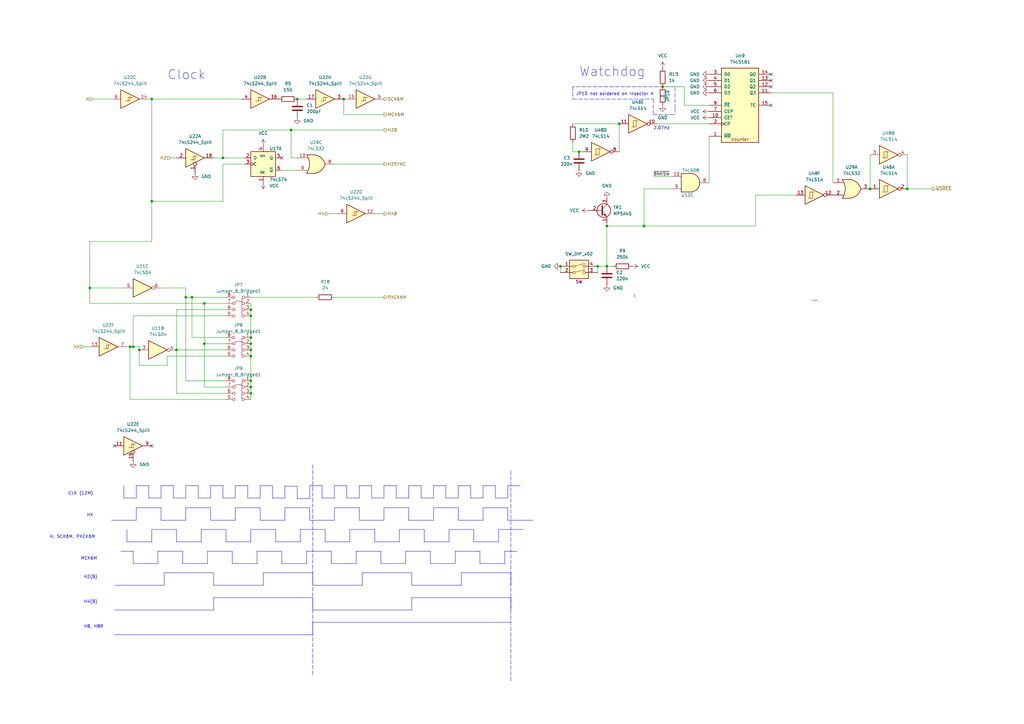
<source format=kicad_sch>
(kicad_sch (version 20211123) (generator eeschema)
  (paper "A3")
  (title_block (title "Insector X - P0-056A") (date "2022-12-06") (company "Ulf Skutnabba, twitter: @skutis77"))
  (lib_symbols
    (symbol "74xx:74LS14" (pin_names (offset 1.016))
      (property "Reference" "U" (at 0 1.27 0))
      (property "Value" "74LS14" (at 0 -1.27 0))
      (symbol "74LS14_1_0"
        (pin input line (at -7.62 0 0) (length 3.81) (name "~") (number "1"))
        (pin output inverted (at 7.62 0 180) (length 3.81) (name "~") (number "2"))
      )
      (symbol "74LS14_2_0"
        (pin input line (at -7.62 0 0) (length 3.81) (name "~") (number "3"))
        (pin output inverted (at 7.62 0 180) (length 3.81) (name "~") (number "4"))
      )
      (symbol "74LS14_3_0"
        (pin input line (at -7.62 0 0) (length 3.81) (name "~") (number "5"))
        (pin output inverted (at 7.62 0 180) (length 3.81) (name "~") (number "6"))
      )
      (symbol "74LS14_4_0"
        (pin output inverted (at 7.62 0 180) (length 3.81) (name "~") (number "8"))
        (pin input line (at -7.62 0 0) (length 3.81) (name "~") (number "9"))
      )
      (symbol "74LS14_5_0"
        (pin output inverted (at 7.62 0 180) (length 3.81) (name "~") (number "10"))
        (pin input line (at -7.62 0 0) (length 3.81) (name "~") (number "11"))
      )
      (symbol "74LS14_6_0"
        (pin output inverted (at 7.62 0 180) (length 3.81) (name "~") (number "12"))
        (pin input line (at -7.62 0 0) (length 3.81) (name "~") (number "13"))
      )
      (symbol "74LS14_7_0"
        (pin power_in line (at 0 12.7 270) (length 5.08) (name "VCC") (number "14"))
        (pin power_in line (at 0 -12.7 90) (length 5.08) (name "GND") (number "7"))
      )
    )
    (symbol "74xx:74LS244_Split"
      (property "Reference" "U" (at 0 1.27 0))
      (property "Value" "74LS244_Split" (at 0 -1.27 0))
      (symbol "74LS244_Split_1_0"
        (pin input inverted (at 0 -6.35 90) (length 4.445) (name "~") (number "1"))
        (pin tri_state line (at 7.62 0 180) (length 3.81) (name "~") (number "18"))
        (pin input line (at -7.62 0 0) (length 3.81) (name "~") (number "2"))
      )
      (symbol "74LS244_Split_2_0"
        (pin tri_state line (at 7.62 0 180) (length 3.81) (name "~") (number "16"))
        (pin input line (at -7.62 0 0) (length 3.81) (name "~") (number "4"))
      )
      (symbol "74LS244_Split_3_0"
        (pin tri_state line (at 7.62 0 180) (length 3.81) (name "~") (number "14"))
        (pin input line (at -7.62 0 0) (length 3.81) (name "~") (number "6"))
      )
      (symbol "74LS244_Split_4_0"
        (pin tri_state line (at 7.62 0 180) (length 3.81) (name "~") (number "12"))
        (pin input line (at -7.62 0 0) (length 3.81) (name "~") (number "8"))
      )
      (symbol "74LS244_Split_5_0"
        (pin input line (at -7.62 0 0) (length 3.81) (name "~") (number "11"))
        (pin input inverted (at 0 -6.35 90) (length 4.445) (name "~") (number "19"))
        (pin tri_state line (at 7.62 0 180) (length 3.81) (name "~") (number "9"))
      )
      (symbol "74LS244_Split_6_0"
        (pin input line (at -7.62 0 0) (length 3.81) (name "~") (number "13"))
        (pin tri_state line (at 7.62 0 180) (length 3.81) (name "~") (number "7"))
      )
      (symbol "74LS244_Split_7_0"
        (pin input line (at -7.62 0 0) (length 3.81) (name "~") (number "15"))
        (pin tri_state line (at 7.62 0 180) (length 3.81) (name "~") (number "5"))
      )
      (symbol "74LS244_Split_8_0"
        (pin input line (at -7.62 0 0) (length 3.81) (name "~") (number "17"))
        (pin tri_state line (at 7.62 0 180) (length 3.81) (name "~") (number "3"))
      )
      (symbol "74LS244_Split_9_0"
        (pin power_in line (at 0 -12.7 90) (length 5.08) (name "GND") (number "10"))
        (pin power_in line (at 0 12.7 270) (length 5.08) (name "VCC") (number "20"))
      )
    )
    (symbol "74xx:74LS32" (pin_names (offset 1.016))
      (property "Reference" "U" (at 0 1.27 0))
      (property "Value" "74LS32" (at 0 -1.27 0))
      (symbol "74LS32_1_1"
        (pin input line (at -7.62 2.54 0) (length 4.318) (name "~") (number "1"))
        (pin input line (at -7.62 -2.54 0) (length 4.318) (name "~") (number "2"))
        (pin output line (at 7.62 0 180) (length 3.81) (name "~") (number "3"))
      )
      (symbol "74LS32_1_2"
        (pin input inverted (at -7.62 2.54 0) (length 3.81) (name "~") (number "1"))
        (pin input inverted (at -7.62 -2.54 0) (length 3.81) (name "~") (number "2"))
        (pin output inverted (at 7.62 0 180) (length 3.81) (name "~") (number "3"))
      )
      (symbol "74LS32_2_1"
        (pin input line (at -7.62 2.54 0) (length 4.318) (name "~") (number "4"))
        (pin input line (at -7.62 -2.54 0) (length 4.318) (name "~") (number "5"))
        (pin output line (at 7.62 0 180) (length 3.81) (name "~") (number "6"))
      )
      (symbol "74LS32_2_2"
        (pin input inverted (at -7.62 2.54 0) (length 3.81) (name "~") (number "4"))
        (pin input inverted (at -7.62 -2.54 0) (length 3.81) (name "~") (number "5"))
        (pin output inverted (at 7.62 0 180) (length 3.81) (name "~") (number "6"))
      )
      (symbol "74LS32_3_1"
        (pin input line (at -7.62 -2.54 0) (length 4.318) (name "~") (number "10"))
        (pin output line (at 7.62 0 180) (length 3.81) (name "~") (number "8"))
        (pin input line (at -7.62 2.54 0) (length 4.318) (name "~") (number "9"))
      )
      (symbol "74LS32_3_2"
        (pin input inverted (at -7.62 -2.54 0) (length 3.81) (name "~") (number "10"))
        (pin output inverted (at 7.62 0 180) (length 3.81) (name "~") (number "8"))
        (pin input inverted (at -7.62 2.54 0) (length 3.81) (name "~") (number "9"))
      )
      (symbol "74LS32_4_1"
        (pin output line (at 7.62 0 180) (length 3.81) (name "~") (number "11"))
        (pin input line (at -7.62 2.54 0) (length 4.318) (name "~") (number "12"))
        (pin input line (at -7.62 -2.54 0) (length 4.318) (name "~") (number "13"))
      )
      (symbol "74LS32_4_2"
        (pin output inverted (at 7.62 0 180) (length 3.81) (name "~") (number "11"))
        (pin input inverted (at -7.62 2.54 0) (length 3.81) (name "~") (number "12"))
        (pin input inverted (at -7.62 -2.54 0) (length 3.81) (name "~") (number "13"))
      )
      (symbol "74LS32_5_0"
        (pin power_in line (at 0 12.7 270) (length 5.08) (name "VCC") (number "14"))
        (pin power_in line (at 0 -12.7 90) (length 5.08) (name "GND") (number "7"))
      )
    )
    (symbol "74xx:74LS74" (pin_names (offset 1.016))
      (property "Reference" "U" (at -7.62 8.89 0))
      (property "Value" "74LS74" (at -7.62 -8.89 0))
      (symbol "74LS74_1_0"
        (pin input line (at 0 -7.62 90) (length 2.54) (name "~{R}") (number "1"))
        (pin input line (at -7.62 2.54 0) (length 2.54) (name "D") (number "2"))
        (pin input clock (at -7.62 0 0) (length 2.54) (name "C") (number "3"))
        (pin input line (at 0 7.62 270) (length 2.54) (name "~{S}") (number "4"))
        (pin output line (at 7.62 2.54 180) (length 2.54) (name "Q") (number "5"))
        (pin output line (at 7.62 -2.54 180) (length 2.54) (name "~{Q}") (number "6"))
      )
      (symbol "74LS74_2_0"
        (pin input line (at 0 7.62 270) (length 2.54) (name "~{S}") (number "10"))
        (pin input clock (at -7.62 0 0) (length 2.54) (name "C") (number "11"))
        (pin input line (at -7.62 2.54 0) (length 2.54) (name "D") (number "12"))
        (pin input line (at 0 -7.62 90) (length 2.54) (name "~{R}") (number "13"))
        (pin output line (at 7.62 -2.54 180) (length 2.54) (name "~{Q}") (number "8"))
        (pin output line (at 7.62 2.54 180) (length 2.54) (name "Q") (number "9"))
      )
      (symbol "74LS74_3_0"
        (pin power_in line (at 0 10.16 270) (length 2.54) (name "VCC") (number "14"))
        (pin power_in line (at 0 -10.16 90) (length 2.54) (name "GND") (number "7"))
      )
    )
    (symbol "Device:C" (pin_numbers hide) (pin_names (offset 0.254))
      (property "Reference" "C" (at 0.635 2.54 0))
      (property "Value" "C" (at 0.635 -2.54 0))
      (symbol "C_1_1"
        (pin passive line (at 0 3.81 270) (length 2.794) (name "~") (number "1"))
        (pin passive line (at 0 -3.81 90) (length 2.794) (name "~") (number "2"))
      )
    )
    (symbol "Device:R" (pin_numbers hide) (pin_names (offset 0))
      (property "Reference" "R" (at 2.032 0 90))
      (property "Value" "R" (at 0 0 90))
      (symbol "R_1_1"
        (pin passive line (at 0 3.81 270) (length 1.27) (name "~") (number "1"))
        (pin passive line (at 0 -3.81 90) (length 1.27) (name "~") (number "2"))
      )
    )
    (symbol "Switch:SW_DIP_x02" (pin_names (offset 0) hide)
      (property "Reference" "SW" (at 0 6.35 0))
      (property "Value" "SW_DIP_x02" (at 0 -3.81 0))
      (symbol "SW_DIP_x02_1_1"
        (pin passive line (at -7.62 2.54 0) (length 5.08) (name "~") (number "1"))
        (pin passive line (at -7.62 0 0) (length 5.08) (name "~") (number "2"))
        (pin passive line (at 7.62 0 180) (length 5.08) (name "~") (number "3"))
        (pin passive line (at 7.62 2.54 180) (length 5.08) (name "~") (number "4"))
      )
    )
    (symbol "Transistor_BJT:MPSA42" (pin_names (offset 1.016) hide)
      (property "Reference" "Q" (at 5.08 1.905 0))
      (property "Value" "MPSA42" (at 5.08 0 0))
      (symbol "MPSA42_1_1"
        (pin passive line (at 2.54 -5.08 90) (length 2.54) (name "E") (number "1"))
        (pin input line (at -5.08 0 0) (length 5.08) (name "B") (number "2"))
        (pin passive line (at 2.54 5.08 270) (length 2.54) (name "C") (number "3"))
      )
    )
    (symbol "jt74:74LS04" (pin_names (offset 1.016))
      (property "Reference" "U" (at 0 1.27 0))
      (property "Value" "74LS04" (at 0 -1.27 0))
      (symbol "74LS04_1_0"
        (pin input line (at -7.62 0 0) (length 3.81) (name "~") (number "1"))
        (pin output inverted (at 7.62 0 180) (length 3.81) (name "~") (number "2"))
      )
      (symbol "74LS04_2_0"
        (pin input line (at -7.62 0 0) (length 3.81) (name "~") (number "3"))
        (pin output inverted (at 7.62 0 180) (length 3.81) (name "~") (number "4"))
      )
      (symbol "74LS04_3_0"
        (pin input line (at -7.62 0 0) (length 3.81) (name "~") (number "5"))
        (pin output inverted (at 7.62 0 180) (length 3.81) (name "~") (number "6"))
      )
      (symbol "74LS04_4_0"
        (pin output inverted (at 7.62 0 180) (length 3.81) (name "~") (number "8"))
        (pin input line (at -7.62 0 0) (length 3.81) (name "~") (number "9"))
      )
      (symbol "74LS04_5_0"
        (pin output inverted (at 7.62 0 180) (length 3.81) (name "~") (number "10"))
        (pin input line (at -7.62 0 0) (length 3.81) (name "~") (number "11"))
      )
      (symbol "74LS04_6_0"
        (pin output inverted (at 7.62 0 180) (length 3.81) (name "~") (number "12"))
        (pin input line (at -7.62 0 0) (length 3.81) (name "~") (number "13"))
      )
      (symbol "74LS04_7_0"
        (pin power_in line (at 0 7.62 270) (length 5.08) hide (name "VCC") (number "14"))
        (pin power_in line (at 0 -7.62 90) (length 5.08) hide (name "VSS") (number "7"))
      )
    )
    (symbol "jt74:74LS08" (pin_names (offset 1.016))
      (property "Reference" "U" (at 0 1.27 0))
      (property "Value" "74LS08" (at 0 -1.27 0))
      (symbol "74LS08_1_1"
        (pin input line (at -7.62 2.54 0) (length 3.81) (name "~") (number "1"))
        (pin input line (at -7.62 -2.54 0) (length 3.81) (name "~") (number "2"))
        (pin output line (at 7.62 0 180) (length 3.81) (name "~") (number "3"))
      )
      (symbol "74LS08_1_2"
        (pin input inverted (at -7.62 2.54 0) (length 4.318) (name "~") (number "1"))
        (pin input inverted (at -7.62 -2.54 0) (length 4.318) (name "~") (number "2"))
        (pin output inverted (at 7.62 0 180) (length 3.81) (name "~") (number "3"))
      )
      (symbol "74LS08_2_1"
        (pin input line (at -7.62 2.54 0) (length 3.81) (name "~") (number "4"))
        (pin input line (at -7.62 -2.54 0) (length 3.81) (name "~") (number "5"))
        (pin output line (at 7.62 0 180) (length 3.81) (name "~") (number "6"))
      )
      (symbol "74LS08_2_2"
        (pin input inverted (at -7.62 2.54 0) (length 4.318) (name "~") (number "4"))
        (pin input inverted (at -7.62 -2.54 0) (length 4.318) (name "~") (number "5"))
        (pin output inverted (at 7.62 0 180) (length 3.81) (name "~") (number "6"))
      )
      (symbol "74LS08_3_1"
        (pin input line (at -7.62 -2.54 0) (length 3.81) (name "~") (number "10"))
        (pin output line (at 7.62 0 180) (length 3.81) (name "~") (number "8"))
        (pin input line (at -7.62 2.54 0) (length 3.81) (name "~") (number "9"))
      )
      (symbol "74LS08_3_2"
        (pin input inverted (at -7.62 -2.54 0) (length 4.318) (name "~") (number "10"))
        (pin output inverted (at 7.62 0 180) (length 3.81) (name "~") (number "8"))
        (pin input inverted (at -7.62 2.54 0) (length 4.318) (name "~") (number "9"))
      )
      (symbol "74LS08_4_1"
        (pin output line (at 7.62 0 180) (length 3.81) (name "~") (number "11"))
        (pin input line (at -7.62 2.54 0) (length 3.81) (name "~") (number "12"))
        (pin input line (at -7.62 -2.54 0) (length 3.81) (name "~") (number "13"))
      )
      (symbol "74LS08_4_2"
        (pin output inverted (at 7.62 0 180) (length 3.81) (name "~") (number "11"))
        (pin input inverted (at -7.62 2.54 0) (length 4.318) (name "~") (number "12"))
        (pin input inverted (at -7.62 -2.54 0) (length 4.318) (name "~") (number "13"))
      )
      (symbol "74LS08_5_0"
        (pin power_in line (at 0 7.62 270) (length 5.08) hide (name "VCC") (number "14"))
        (pin power_in line (at 0 -7.62 90) (length 5.08) hide (name "VSS") (number "7"))
      )
    )
    (symbol "jt74:74LS161" (pin_names (offset 1.016))
      (property "Reference" "U" (at -7.62 16.51 0))
      (property "Value" "74LS161" (at -7.62 -16.51 0))
      (symbol "74LS161_0_0"
        (text "counter" (at 0 -13.97 0) (effects (font (size 1.27 1.27))))
      )
      (symbol "74LS161_1_0"
        (pin input line (at -12.7 -12.7 0) (length 5.08) (name "~{MR}") (number "1"))
        (pin input line (at -12.7 -5.08 0) (length 5.08) (name "CET") (number "10"))
        (pin output line (at 12.7 5.08 180) (length 5.08) (name "Q3") (number "11"))
        (pin output line (at 12.7 7.62 180) (length 5.08) (name "Q2") (number "12"))
        (pin output line (at 12.7 10.16 180) (length 5.08) (name "Q1") (number "13"))
        (pin output line (at 12.7 12.7 180) (length 5.08) (name "Q0") (number "14"))
        (pin output line (at 12.7 0 180) (length 5.08) (name "TC") (number "15"))
        (pin input clock (at -12.7 -7.62 0) (length 5.08) (name "CP") (number "2"))
        (pin input line (at -12.7 12.7 0) (length 5.08) (name "D0") (number "3"))
        (pin input line (at -12.7 10.16 0) (length 5.08) (name "D1") (number "4"))
        (pin input line (at -12.7 7.62 0) (length 5.08) (name "D2") (number "5"))
        (pin input line (at -12.7 5.08 0) (length 5.08) (name "D3") (number "6"))
        (pin input line (at -12.7 -2.54 0) (length 5.08) (name "CEP") (number "7"))
        (pin input line (at -12.7 0 0) (length 5.08) (name "~{PE}") (number "9"))
      )
    )
    (symbol "power:GND" (power) (pin_names (offset 0))
      (property "Value" "GND" (at 0 -3.81 0))
      (symbol "GND_1_1"
        (pin power_in line (at 0 0 270) (length 0) hide (name "GND") (number "1"))
      )
    )
    (symbol "power:VCC" (power) (pin_names (offset 0))
      (property "Value" "VCC" (at 0 3.81 0))
      (symbol "VCC_1_1"
        (pin power_in line (at 0 0 90) (length 0) hide (name "VCC") (number "1"))
      )
    )
    (symbol "skutis:Jumper_8_Bridged1" (pin_names (offset 0) hide)
      (property "Reference" "JP" (at 0 1.905 0))
      (property "Value" "Jumper_8_Bridged1" (at 0 -1.27 0))
      (symbol "Jumper_8_Bridged1_1_1"
        (pin passive line (at -5.08 0 0) (length 2.54) (name "A") (number "1"))
        (pin passive line (at -5.08 -2.54 0) (length 2.54) (name "B") (number "2"))
        (pin passive line (at -5.08 -5.08 0) (length 2.54) (name "C") (number "3"))
        (pin passive line (at -5.08 -7.62 0) (length 2.54) (name "D") (number "4"))
        (pin passive line (at 5.08 -7.62 180) (length 2.54) (name "B") (number "5"))
        (pin passive line (at 5.08 -5.08 180) (length 2.54) (name "B") (number "6"))
        (pin passive line (at 5.08 -2.54 180) (length 2.54) (name "B") (number "7"))
        (pin passive line (at 5.08 0 180) (length 2.54) (name "B") (number "8"))
      )
    )
  )
  (junction (at 264.16 92.71))
  (junction (at 372.11 77.47))
  (junction (at 76.2 121.92))
  (junction (at 62.23 40.64))
  (junction (at 54.61 142.24))
  (junction (at 78.74 121.92))
  (junction (at 119.38 53.34))
  (junction (at 62.23 82.55))
  (junction (at 248.92 109.22))
  (junction (at 140.97 40.64))
  (junction (at 72.39 143.51))
  (junction (at 53.34 142.24))
  (junction (at 245.11 109.22))
  (junction (at 248.92 92.71))
  (junction (at 102.87 127))
  (junction (at 102.87 143.51))
  (junction (at 102.87 129.54))
  (junction (at 83.82 140.97))
  (junction (at 102.87 140.97))
  (junction (at 102.87 138.43))
  (junction (at 237.49 62.23))
  (junction (at 356.87 77.47))
  (junction (at 36.83 118.11))
  (junction (at 83.82 124.46))
  (junction (at 102.87 146.05))
  (junction (at 271.78 35.56))
  (junction (at 91.44 64.77))
  (junction (at 229.87 109.22))
  (junction (at 121.92 40.64))
  (junction (at 254 50.8))
  (junction (at 102.87 158.75))
  (junction (at 102.87 161.29))
  (junction (at 57.15 143.51))
  (junction (at 102.87 156.21))
  (no_connect (at 316.23 43.18))
  (no_connect (at 316.23 33.02))
  (no_connect (at 316.23 30.48))
  (no_connect (at 62.23 182.88))
  (no_connect (at 46.99 182.88))
  (no_connect (at 316.23 35.56))
  (no_connect (at 115.57 64.77))
  (polyline (pts (xy 91.44 204.2599) (xy 96.52 204.2599)) (stroke (width 0) (type solid)))
  (polyline (pts (xy 125.73 231.14) (xy 125.73 226.06)) (stroke (width 0) (type solid)))
  (polyline (pts (xy 194.31 222.25) (xy 204.47 222.25)) (stroke (width 0) (type solid)))
  (wire (pts (xy 87.63 64.77) (xy 91.44 64.77)))
  (wire (pts (xy 62.23 82.55) (xy 62.23 99.06)))
  (wire (pts (xy 115.57 69.85) (xy 121.92 69.85)))
  (polyline (pts (xy 157.48 199.1799) (xy 162.56 199.1799)) (stroke (width 0) (type solid)))
  (polyline (pts (xy 81.28 204.2599) (xy 86.36 204.2599)) (stroke (width 0) (type solid)))
  (wire (pts (xy 83.82 158.75) (xy 92.71 158.75)))
  (wire (pts (xy 54.61 129.54) (xy 92.71 129.54)))
  (polyline (pts (xy 276.86 35.56) (xy 234.95 35.56)))
  (polyline (pts (xy 187.96 208.28) (xy 187.96 213.36)) (stroke (width 0) (type solid)))
  (polyline (pts (xy 209.55 240.03) (xy 209.55 234.95)) (stroke (width 0) (type solid)))
  (polyline (pts (xy 128.27 240.03) (xy 148.59 240.03)) (stroke (width 0) (type solid)))
  (wire (pts (xy 137.16 121.92) (xy 157.48 121.92)))
  (polyline (pts (xy 116.84 204.2599) (xy 116.84 199.1799)) (stroke (width 0) (type solid)))
  (polyline (pts (xy 67.31 234.95) (xy 87.63 234.95)) (stroke (width 0) (type solid)))
  (polyline (pts (xy 152.4 204.2599) (xy 157.48 204.2599)) (stroke (width 0) (type solid)))
  (polyline (pts (xy 157.48 208.28) (xy 167.64 208.28)) (stroke (width 0) (type solid)))
  (polyline (pts (xy 198.12 213.36) (xy 198.12 208.28)) (stroke (width 0) (type solid)))
  (polyline (pts (xy 107.95 234.95) (xy 128.27 234.95)) (stroke (width 0) (type solid)))
  (wire (pts (xy 62.23 40.64) (xy 60.96 40.64)))
  (polyline (pts (xy 101.6 204.2599) (xy 106.68 204.2599)) (stroke (width 0) (type solid)))
  (polyline (pts (xy 203.2 204.2599) (xy 208.28 204.2599)) (stroke (width 0) (type solid)))
  (polyline (pts (xy 96.52 213.36) (xy 96.52 208.28)) (stroke (width 0) (type solid)))
  (wire (pts (xy 91.44 67.31) (xy 91.44 82.55)))
  (wire (pts (xy 52.07 142.24) (xy 53.34 142.24)))
  (polyline (pts (xy 113.03 222.25) (xy 123.19 222.25)) (stroke (width 0) (type solid)))
  (polyline (pts (xy 187.96 213.36) (xy 198.12 213.36)) (stroke (width 0) (type solid)))
  (wire (pts (xy 76.2 156.21) (xy 76.2 121.92)))
  (polyline (pts (xy 177.8 204.2599) (xy 177.8 199.1799)) (stroke (width 0) (type solid)))
  (polyline (pts (xy 137.16 199.1799) (xy 142.24 199.1799)) (stroke (width 0) (type solid)))
  (wire (pts (xy 76.2 118.11) (xy 76.2 121.92)))
  (polyline (pts (xy 50.8 199.1799) (xy 50.8 204.2599)) (stroke (width 0) (type solid)))
  (wire (pts (xy 254 50.8) (xy 254 62.23)))
  (polyline (pts (xy 234.95 35.56) (xy 234.95 40.64)))
  (polyline (pts (xy 74.93 226.06) (xy 74.93 231.14)) (stroke (width 0) (type solid)))
  (polyline (pts (xy 207.01 226.06) (xy 212.09 226.06)) (stroke (width 0) (type solid)))
  (wire (pts (xy 57.15 143.51) (xy 57.15 149.86)))
  (wire (pts (xy 36.83 124.46) (xy 83.82 124.46)))
  (polyline (pts (xy 234.95 40.64) (xy 267.97 40.64)))
  (polyline (pts (xy 105.41 231.14) (xy 105.41 226.06)) (stroke (width 0) (type solid)))
  (polyline (pts (xy 156.21 226.06) (xy 156.21 231.14)) (stroke (width 0) (type solid)))
  (wire (pts (xy 119.38 53.34) (xy 157.48 53.34)))
  (polyline (pts (xy 189.23 234.95) (xy 209.55 234.95)) (stroke (width 0) (type solid)))
  (polyline (pts (xy 82.55 222.25) (xy 82.55 217.17)) (stroke (width 0) (type solid)))
  (polyline (pts (xy 176.53 226.06) (xy 176.53 231.14)) (stroke (width 0) (type solid)))
  (polyline (pts (xy 127 204.47) (xy 127 199.39)) (stroke (width 0) (type solid)))
  (polyline (pts (xy 116.84 213.36) (xy 116.84 208.28)) (stroke (width 0) (type solid)))
  (polyline (pts (xy 173.99 222.25) (xy 184.15 222.25)) (stroke (width 0) (type solid)))
  (polyline (pts (xy 133.35 217.17) (xy 133.35 222.25)) (stroke (width 0) (type solid)))
  (polyline (pts (xy 82.55 217.17) (xy 92.71 217.17)) (stroke (width 0) (type solid)))
  (polyline (pts (xy 128.27 260.35) (xy 128.27 255.27)) (stroke (width 0) (type solid)))
  (wire (pts (xy 102.87 138.43) (xy 102.87 140.97)))
  (polyline (pts (xy 167.64 213.36) (xy 177.8 213.36)) (stroke (width 0) (type solid)))
  (polyline (pts (xy 101.6 199.1799) (xy 101.6 204.2599)) (stroke (width 0) (type solid)))
  (polyline (pts (xy 194.31 217.17) (xy 194.31 222.25)) (stroke (width 0) (type solid)))
  (polyline (pts (xy 55.88 204.2599) (xy 55.88 199.1799)) (stroke (width 0) (type solid)))
  (polyline (pts (xy 128.27 255.27) (xy 209.55 255.27)) (stroke (width 0) (type solid)))
  (polyline (pts (xy 167.64 208.28) (xy 167.64 213.36)) (stroke (width 0) (type solid)))
  (polyline (pts (xy 208.28 208.28) (xy 208.28 213.36)) (stroke (width 0) (type solid)))
  (polyline (pts (xy 74.93 231.14) (xy 85.09 231.14)) (stroke (width 0) (type solid)))
  (wire (pts (xy 83.82 140.97) (xy 92.71 140.97)))
  (wire (pts (xy 92.71 161.29) (xy 72.39 161.29)))
  (polyline (pts (xy 128.27 250.19) (xy 128.27 245.11)) (stroke (width 0) (type solid)))
  (polyline (pts (xy 208.28 204.2599) (xy 208.28 199.1799)) (stroke (width 0) (type solid)))
  (polyline (pts (xy 121.92 204.47) (xy 127 204.47)) (stroke (width 0) (type solid)))
  (polyline (pts (xy 163.83 222.25) (xy 163.83 217.17)) (stroke (width 0) (type solid)))
  (wire (pts (xy 92.71 138.43) (xy 78.74 138.43)))
  (polyline (pts (xy 163.83 217.17) (xy 173.99 217.17)) (stroke (width 0) (type solid)))
  (polyline (pts (xy 167.64 204.2599) (xy 167.64 199.1799)) (stroke (width 0) (type solid)))
  (polyline (pts (xy 148.59 240.03) (xy 148.59 234.95)) (stroke (width 0) (type solid)))
  (polyline (pts (xy 203.2 199.1799) (xy 203.2 204.2599)) (stroke (width 0) (type solid)))
  (polyline (pts (xy 105.41 226.06) (xy 115.57 226.06)) (stroke (width 0) (type solid)))
  (polyline (pts (xy 76.2 199.1799) (xy 81.28 199.1799)) (stroke (width 0) (type solid)))
  (polyline (pts (xy 116.84 208.28) (xy 127 208.28)) (stroke (width 0) (type solid)))
  (polyline (pts (xy 127 199.1799) (xy 132.08 199.1799)) (stroke (width 0) (type solid)))
  (wire (pts (xy 269.24 50.8) (xy 290.83 50.8)))
  (wire (pts (xy 91.44 53.34) (xy 91.44 64.77)))
  (polyline (pts (xy 157.48 213.36) (xy 157.48 208.28)) (stroke (width 0) (type solid)))
  (wire (pts (xy 69.85 64.77) (xy 72.39 64.77)))
  (wire (pts (xy 248.92 109.22) (xy 245.11 109.22)))
  (wire (pts (xy 34.29 142.24) (xy 36.83 142.24)))
  (wire (pts (xy 264.16 92.71) (xy 309.88 92.71)))
  (wire (pts (xy 121.92 40.64) (xy 125.73 40.64)))
  (polyline (pts (xy 86.36 208.28) (xy 86.36 213.36)) (stroke (width 0) (type solid)))
  (wire (pts (xy 62.23 40.64) (xy 99.06 40.64)))
  (polyline (pts (xy 85.09 226.06) (xy 95.25 226.06)) (stroke (width 0) (type solid)))
  (wire (pts (xy 36.83 99.06) (xy 36.83 118.11)))
  (wire (pts (xy 54.61 129.54) (xy 54.61 142.24)))
  (polyline (pts (xy 55.88 208.28) (xy 66.04 208.28)) (stroke (width 0) (type solid)))
  (wire (pts (xy 62.23 99.06) (xy 36.83 99.06)))
  (wire (pts (xy 72.39 161.29) (xy 72.39 143.51)))
  (wire (pts (xy 264.16 77.47) (xy 275.59 77.47)))
  (wire (pts (xy 102.87 158.75) (xy 102.87 161.29)))
  (polyline (pts (xy 168.91 240.03) (xy 189.23 240.03)) (stroke (width 0) (type solid)))
  (polyline (pts (xy 76.2 213.36) (xy 76.2 208.28)) (stroke (width 0) (type solid)))
  (wire (pts (xy 267.97 72.39) (xy 275.59 72.39)))
  (polyline (pts (xy 166.37 231.14) (xy 166.37 226.06)) (stroke (width 0) (type solid)))
  (polyline (pts (xy 157.48 204.2599) (xy 157.48 199.1799)) (stroke (width 0) (type solid)))
  (polyline (pts (xy 184.15 222.25) (xy 184.15 217.17)) (stroke (width 0) (type solid)))
  (polyline (pts (xy 49.53 226.06) (xy 54.61 226.06)) (stroke (width 0) (type solid)))
  (wire (pts (xy 62.23 82.55) (xy 91.44 82.55)))
  (polyline (pts (xy 66.04 208.28) (xy 66.04 213.36)) (stroke (width 0) (type solid)))
  (wire (pts (xy 248.92 92.71) (xy 248.92 109.22)))
  (wire (pts (xy 356.87 63.5) (xy 356.87 77.47)))
  (wire (pts (xy 54.61 142.24) (xy 57.15 142.24)))
  (wire (pts (xy 309.88 80.01) (xy 326.39 80.01)))
  (polyline (pts (xy 123.19 222.25) (xy 123.19 217.17)) (stroke (width 0) (type solid)))
  (polyline (pts (xy 55.88 213.36) (xy 55.88 208.28)) (stroke (width 0) (type solid)))
  (polyline (pts (xy 72.39 217.17) (xy 72.39 222.25)) (stroke (width 0) (type solid)))
  (polyline (pts (xy 146.05 231.14) (xy 146.05 226.06)) (stroke (width 0) (type solid)))
  (polyline (pts (xy 116.84 199.39) (xy 121.92 199.39)) (stroke (width 0) (type solid)))
  (polyline (pts (xy 92.71 222.25) (xy 102.87 222.25)) (stroke (width 0) (type solid)))
  (polyline (pts (xy 106.68 213.36) (xy 116.84 213.36)) (stroke (width 0) (type solid)))
  (polyline (pts (xy 113.03 217.17) (xy 113.03 222.25)) (stroke (width 0) (type solid)))
  (wire (pts (xy 102.87 156.21) (xy 102.87 158.75)))
  (polyline (pts (xy 167.64 199.1799) (xy 172.72 199.1799)) (stroke (width 0) (type solid)))
  (wire (pts (xy 78.74 138.43) (xy 78.74 121.92)))
  (wire (pts (xy 234.95 62.23) (xy 237.49 62.23)))
  (polyline (pts (xy 91.44 199.1799) (xy 91.44 204.2599)) (stroke (width 0) (type solid)))
  (polyline (pts (xy 106.68 199.1799) (xy 111.76 199.1799)) (stroke (width 0) (type solid)))
  (polyline (pts (xy 71.12 199.1799) (xy 71.12 204.2599)) (stroke (width 0) (type solid)))
  (polyline (pts (xy 76.2 208.28) (xy 86.36 208.28)) (stroke (width 0) (type solid)))
  (polyline (pts (xy 204.47 222.25) (xy 204.47 217.17)) (stroke (width 0) (type solid)))
  (polyline (pts (xy 106.68 208.28) (xy 106.68 213.36)) (stroke (width 0) (type solid)))
  (wire (pts (xy 248.92 92.71) (xy 264.16 92.71)))
  (polyline (pts (xy 121.92 199.39) (xy 121.92 204.47)) (stroke (width 0) (type solid)))
  (polyline (pts (xy 54.61 231.14) (xy 64.77 231.14)) (stroke (width 0) (type solid)))
  (wire (pts (xy 316.23 38.1) (xy 341.63 38.1)))
  (polyline (pts (xy 186.69 231.14) (xy 186.69 226.06)) (stroke (width 0) (type solid)))
  (polyline (pts (xy 267.97 40.64) (xy 267.97 46.99)))
  (wire (pts (xy 83.82 124.46) (xy 92.71 124.46)))
  (wire (pts (xy 102.87 140.97) (xy 102.87 143.51)))
  (polyline (pts (xy 111.76 199.1799) (xy 111.76 204.2599)) (stroke (width 0) (type solid)))
  (wire (pts (xy 78.74 121.92) (xy 92.71 121.92)))
  (polyline (pts (xy 96.52 204.2599) (xy 96.52 199.1799)) (stroke (width 0) (type solid)))
  (wire (pts (xy 66.04 118.11) (xy 76.2 118.11)))
  (polyline (pts (xy 54.61 226.06) (xy 54.61 231.14)) (stroke (width 0) (type solid)))
  (polyline (pts (xy 76.2 204.2599) (xy 76.2 199.1799)) (stroke (width 0) (type solid)))
  (polyline (pts (xy 87.63 245.11) (xy 128.27 245.11)) (stroke (width 0) (type solid)))
  (polyline (pts (xy 128.27 190.5) (xy 128.27 276.86)))
  (polyline (pts (xy 162.56 204.2599) (xy 167.64 204.2599)) (stroke (width 0) (type solid)))
  (polyline (pts (xy 46.99 240.03) (xy 67.31 240.03)) (stroke (width 0) (type solid)))
  (polyline (pts (xy 153.67 217.17) (xy 153.67 222.25)) (stroke (width 0) (type solid)))
  (polyline (pts (xy 52.07 222.25) (xy 62.23 222.25)) (stroke (width 0) (type solid)))
  (polyline (pts (xy 46.99 250.19) (xy 87.63 250.19)) (stroke (width 0) (type solid)))
  (polyline (pts (xy 156.21 231.14) (xy 166.37 231.14)) (stroke (width 0) (type solid)))
  (wire (pts (xy 372.11 63.5) (xy 372.11 77.47)))
  (wire (pts (xy 53.34 163.83) (xy 53.34 142.24)))
  (polyline (pts (xy 81.28 199.1799) (xy 81.28 204.2599)) (stroke (width 0) (type solid)))
  (polyline (pts (xy 111.76 204.2599) (xy 116.84 204.2599)) (stroke (width 0) (type solid)))
  (polyline (pts (xy 128.27 250.19) (xy 168.91 250.19)) (stroke (width 0) (type solid)))
  (polyline (pts (xy 193.04 204.2599) (xy 198.12 204.2599)) (stroke (width 0) (type solid)))
  (polyline (pts (xy 196.85 226.06) (xy 196.85 231.14)) (stroke (width 0) (type solid)))
  (polyline (pts (xy 87.63 240.03) (xy 87.63 234.95)) (stroke (width 0) (type solid)))
  (wire (pts (xy 36.83 118.11) (xy 36.83 124.46)))
  (wire (pts (xy 119.38 64.77) (xy 119.38 53.34)))
  (wire (pts (xy 102.87 124.46) (xy 102.87 127)))
  (wire (pts (xy 72.39 127) (xy 72.39 143.51)))
  (wire (pts (xy 102.87 143.51) (xy 102.87 146.05)))
  (polyline (pts (xy 198.12 199.1799) (xy 203.2 199.1799)) (stroke (width 0) (type solid)))
  (wire (pts (xy 234.95 50.8) (xy 254 50.8)))
  (polyline (pts (xy 168.91 240.03) (xy 168.91 234.95)) (stroke (width 0) (type solid)))
  (wire (pts (xy 57.15 142.24) (xy 57.15 143.51)))
  (wire (pts (xy 68.58 149.86) (xy 57.15 149.86)))
  (polyline (pts (xy 187.96 199.1799) (xy 193.04 199.1799)) (stroke (width 0) (type solid)))
  (polyline (pts (xy 143.51 222.25) (xy 143.51 217.17)) (stroke (width 0) (type solid)))
  (polyline (pts (xy 92.71 217.17) (xy 92.71 222.25)) (stroke (width 0) (type solid)))
  (polyline (pts (xy 62.23 222.25) (xy 62.23 217.17)) (stroke (width 0) (type solid)))
  (polyline (pts (xy 95.25 231.14) (xy 105.41 231.14)) (stroke (width 0) (type solid)))
  (wire (pts (xy 119.38 53.34) (xy 91.44 53.34)))
  (polyline (pts (xy 177.8 213.36) (xy 177.8 208.28)) (stroke (width 0) (type solid)))
  (polyline (pts (xy 50.8 204.2599) (xy 55.88 204.2599)) (stroke (width 0) (type solid)))
  (wire (pts (xy 76.2 121.92) (xy 78.74 121.92)))
  (wire (pts (xy 102.87 129.54) (xy 102.87 138.43)))
  (polyline (pts (xy 125.73 226.06) (xy 135.89 226.06)) (stroke (width 0) (type solid)))
  (wire (pts (xy 83.82 124.46) (xy 83.82 140.97)))
  (wire (pts (xy 92.71 146.05) (xy 68.58 146.05)))
  (wire (pts (xy 280.67 35.56) (xy 280.67 43.18)))
  (polyline (pts (xy 209.55 250.19) (xy 209.55 245.11)) (stroke (width 0) (type solid)))
  (polyline (pts (xy 208.28 213.36) (xy 218.44 213.36)) (stroke (width 0) (type solid)))
  (wire (pts (xy 72.39 143.51) (xy 92.71 143.51)))
  (wire (pts (xy 72.39 127) (xy 92.71 127)))
  (polyline (pts (xy 96.52 208.28) (xy 106.68 208.28)) (stroke (width 0) (type solid)))
  (polyline (pts (xy 162.56 199.1799) (xy 162.56 204.2599)) (stroke (width 0) (type solid)))
  (polyline (pts (xy 64.77 231.14) (xy 64.77 226.06)) (stroke (width 0) (type solid)))
  (wire (pts (xy 91.44 67.31) (xy 100.33 67.31)))
  (wire (pts (xy 142.24 40.64) (xy 140.97 40.64)))
  (polyline (pts (xy 132.08 204.2599) (xy 137.16 204.2599)) (stroke (width 0) (type solid)))
  (polyline (pts (xy 45.72 213.36) (xy 55.88 213.36)) (stroke (width 0) (type solid)))
  (wire (pts (xy 264.16 92.71) (xy 264.16 77.47)))
  (polyline (pts (xy 153.67 222.25) (xy 163.83 222.25)) (stroke (width 0) (type solid)))
  (wire (pts (xy 91.44 64.77) (xy 100.33 64.77)))
  (polyline (pts (xy 187.96 204.2599) (xy 187.96 199.1799)) (stroke (width 0) (type solid)))
  (polyline (pts (xy 146.05 226.06) (xy 156.21 226.06)) (stroke (width 0) (type solid)))
  (polyline (pts (xy 96.52 199.1799) (xy 101.6 199.1799)) (stroke (width 0) (type solid)))
  (polyline (pts (xy 46.99 260.35) (xy 128.27 260.35)) (stroke (width 0) (type solid)))
  (polyline (pts (xy 135.89 231.14) (xy 146.05 231.14)) (stroke (width 0) (type solid)))
  (polyline (pts (xy 186.69 226.06) (xy 196.85 226.06)) (stroke (width 0) (type solid)))
  (polyline (pts (xy 182.88 204.2599) (xy 187.96 204.2599)) (stroke (width 0) (type solid)))
  (polyline (pts (xy 62.23 217.17) (xy 72.39 217.17)) (stroke (width 0) (type solid)))
  (wire (pts (xy 248.92 91.44) (xy 248.92 92.71)))
  (polyline (pts (xy 172.72 204.2599) (xy 177.8 204.2599)) (stroke (width 0) (type solid)))
  (wire (pts (xy 102.87 127) (xy 102.87 129.54)))
  (polyline (pts (xy 168.91 250.19) (xy 168.91 245.11)) (stroke (width 0) (type solid)))
  (polyline (pts (xy 137.16 204.2599) (xy 137.16 199.1799)) (stroke (width 0) (type solid)))
  (polyline (pts (xy 168.91 245.11) (xy 209.55 245.11)) (stroke (width 0) (type solid)))
  (polyline (pts (xy 102.87 217.17) (xy 113.03 217.17)) (stroke (width 0) (type solid)))
  (polyline (pts (xy 152.4 199.1799) (xy 152.4 204.2599)) (stroke (width 0) (type solid)))
  (polyline (pts (xy 196.85 231.14) (xy 207.01 231.14)) (stroke (width 0) (type solid)))
  (wire (pts (xy 341.63 38.1) (xy 341.63 74.93)))
  (wire (pts (xy 38.1 40.64) (xy 45.72 40.64)))
  (polyline (pts (xy 193.04 199.1799) (xy 193.04 204.2599)) (stroke (width 0) (type solid)))
  (polyline (pts (xy 137.16 208.28) (xy 147.32 208.28)) (stroke (width 0) (type solid)))
  (wire (pts (xy 271.78 35.56) (xy 280.67 35.56)))
  (polyline (pts (xy 173.99 217.17) (xy 173.99 222.25)) (stroke (width 0) (type solid)))
  (polyline (pts (xy 127 208.28) (xy 127 213.36)) (stroke (width 0) (type solid)))
  (wire (pts (xy 229.87 109.22) (xy 229.87 111.76)))
  (wire (pts (xy 53.34 142.24) (xy 54.61 142.24)))
  (wire (pts (xy 137.16 67.31) (xy 157.48 67.31)))
  (polyline (pts (xy 143.51 217.17) (xy 153.67 217.17)) (stroke (width 0) (type solid)))
  (polyline (pts (xy 52.07 217.17) (xy 52.07 222.25)) (stroke (width 0) (type solid)))
  (polyline (pts (xy 66.04 199.1799) (xy 71.12 199.1799)) (stroke (width 0) (type solid)))
  (polyline (pts (xy 132.08 199.1799) (xy 132.08 204.2599)) (stroke (width 0) (type solid)))
  (wire (pts (xy 102.87 146.05) (xy 102.87 156.21)))
  (polyline (pts (xy 177.8 208.28) (xy 187.96 208.28)) (stroke (width 0) (type solid)))
  (polyline (pts (xy 95.25 226.06) (xy 95.25 231.14)) (stroke (width 0) (type solid)))
  (polyline (pts (xy 198.12 208.28) (xy 208.28 208.28)) (stroke (width 0) (type solid)))
  (polyline (pts (xy 276.86 44.45) (xy 276.86 46.99)))
  (wire (pts (xy 309.88 92.71) (xy 309.88 80.01)))
  (polyline (pts (xy 66.04 213.36) (xy 76.2 213.36)) (stroke (width 0) (type solid)))
  (polyline (pts (xy 102.87 222.25) (xy 102.87 217.17)) (stroke (width 0) (type solid)))
  (wire (pts (xy 290.83 74.93) (xy 290.83 55.88)))
  (polyline (pts (xy 86.36 199.1799) (xy 91.44 199.1799)) (stroke (width 0) (type solid)))
  (polyline (pts (xy 166.37 226.06) (xy 176.53 226.06)) (stroke (width 0) (type solid)))
  (polyline (pts (xy 172.72 199.1799) (xy 172.72 204.2599)) (stroke (width 0) (type solid)))
  (polyline (pts (xy 107.95 240.03) (xy 107.95 234.95)) (stroke (width 0) (type solid)))
  (polyline (pts (xy 147.32 208.28) (xy 147.32 213.36)) (stroke (width 0) (type solid)))
  (polyline (pts (xy 147.32 213.36) (xy 157.48 213.36)) (stroke (width 0) (type solid)))
  (polyline (pts (xy 123.19 217.17) (xy 133.35 217.17)) (stroke (width 0) (type solid)))
  (wire (pts (xy 280.67 43.18) (xy 290.83 43.18)))
  (polyline (pts (xy 142.24 204.2599) (xy 147.32 204.2599)) (stroke (width 0) (type solid)))
  (polyline (pts (xy 189.23 240.03) (xy 189.23 234.95)) (stroke (width 0) (type solid)))
  (polyline (pts (xy 207.01 231.14) (xy 207.01 226.06)) (stroke (width 0) (type solid)))
  (wire (pts (xy 129.54 121.92) (xy 102.87 121.92)))
  (polyline (pts (xy 106.68 204.2599) (xy 106.68 199.1799)) (stroke (width 0) (type solid)))
  (polyline (pts (xy 260.35 121.92) (xy 260.35 120.65)))
  (polyline (pts (xy 60.96 204.2599) (xy 66.04 204.2599)) (stroke (width 0) (type solid)))
  (polyline (pts (xy 128.27 240.03) (xy 128.27 234.95)) (stroke (width 0) (type solid)))
  (wire (pts (xy 140.97 46.99) (xy 140.97 40.64)))
  (polyline (pts (xy 135.89 226.06) (xy 135.89 231.14)) (stroke (width 0) (type solid)))
  (wire (pts (xy 234.95 58.42) (xy 234.95 62.23)))
  (polyline (pts (xy 177.8 199.1799) (xy 182.88 199.1799)) (stroke (width 0) (type solid)))
  (polyline (pts (xy 209.55 193.04) (xy 209.55 279.4)))
  (polyline (pts (xy 208.28 199.1799) (xy 213.36 199.1799)) (stroke (width 0) (type solid)))
  (polyline (pts (xy 335.28 123.19) (xy 332.74 123.19)))
  (wire (pts (xy 121.92 64.77) (xy 119.38 64.77)))
  (polyline (pts (xy 182.88 199.1799) (xy 182.88 204.2599)) (stroke (width 0) (type solid)))
  (wire (pts (xy 153.67 87.63) (xy 157.48 87.63)))
  (wire (pts (xy 62.23 40.64) (xy 62.23 82.55)))
  (wire (pts (xy 134.62 87.63) (xy 138.43 87.63)))
  (polyline (pts (xy 66.04 204.2599) (xy 66.04 199.1799)) (stroke (width 0) (type solid)))
  (wire (pts (xy 102.87 161.29) (xy 102.87 163.83)))
  (polyline (pts (xy 86.36 204.2599) (xy 86.36 199.1799)) (stroke (width 0) (type solid)))
  (wire (pts (xy 157.48 46.99) (xy 140.97 46.99)))
  (polyline (pts (xy 86.36 213.36) (xy 96.52 213.36)) (stroke (width 0) (type solid)))
  (polyline (pts (xy 176.53 231.14) (xy 186.69 231.14)) (stroke (width 0) (type solid)))
  (polyline (pts (xy 148.59 234.95) (xy 168.91 234.95)) (stroke (width 0) (type solid)))
  (polyline (pts (xy 115.57 231.14) (xy 125.73 231.14)) (stroke (width 0) (type solid)))
  (wire (pts (xy 382.27 77.47) (xy 372.11 77.47)))
  (wire (pts (xy 92.71 163.83) (xy 53.34 163.83)))
  (polyline (pts (xy 64.77 226.06) (xy 74.93 226.06)) (stroke (width 0) (type solid)))
  (polyline (pts (xy 87.63 240.03) (xy 107.95 240.03)) (stroke (width 0) (type solid)))
  (polyline (pts (xy 115.57 226.06) (xy 115.57 231.14)) (stroke (width 0) (type solid)))
  (polyline (pts (xy 67.31 240.03) (xy 67.31 234.95)) (stroke (width 0) (type solid)))
  (wire (pts (xy 92.71 156.21) (xy 76.2 156.21)))
  (wire (pts (xy 245.11 109.22) (xy 245.11 111.76)))
  (polyline (pts (xy 85.09 231.14) (xy 85.09 226.06)) (stroke (width 0) (type solid)))
  (polyline (pts (xy 267.97 46.99) (xy 276.86 46.99)))
  (wire (pts (xy 68.58 146.05) (xy 68.58 149.86)))
  (polyline (pts (xy 71.12 204.2599) (xy 76.2 204.2599)) (stroke (width 0) (type solid)))
  (polyline (pts (xy 147.32 199.1799) (xy 152.4 199.1799)) (stroke (width 0) (type solid)))
  (wire (pts (xy 83.82 140.97) (xy 83.82 158.75)))
  (polyline (pts (xy 127 213.36) (xy 137.16 213.36)) (stroke (width 0) (type solid)))
  (wire (pts (xy 251.46 109.22) (xy 248.92 109.22)))
  (polyline (pts (xy 72.39 222.25) (xy 82.55 222.25)) (stroke (width 0) (type solid)))
  (wire (pts (xy 36.83 118.11) (xy 50.8 118.11)))
  (polyline (pts (xy 204.47 217.17) (xy 214.63 217.17)) (stroke (width 0) (type solid)))
  (polyline (pts (xy 60.96 199.1799) (xy 60.96 204.2599)) (stroke (width 0) (type solid)))
  (polyline (pts (xy 142.24 199.1799) (xy 142.24 204.2599)) (stroke (width 0) (type solid)))
  (polyline (pts (xy 55.88 199.1799) (xy 60.96 199.1799)) (stroke (width 0) (type solid)))
  (polyline (pts (xy 133.35 222.25) (xy 143.51 222.25)) (stroke (width 0) (type solid)))
  (polyline (pts (xy 87.63 250.19) (xy 87.63 245.11)) (stroke (width 0) (type solid)))
  (polyline (pts (xy 276.86 44.45) (xy 276.86 35.56)))
  (polyline (pts (xy 147.32 204.2599) (xy 147.32 199.1799)) (stroke (width 0) (type solid)))
  (wire (pts (xy 237.49 62.23) (xy 238.76 62.23)))
  (polyline (pts (xy 198.12 204.2599) (xy 198.12 199.1799)) (stroke (width 0) (type solid)))
  (polyline (pts (xy 184.15 217.17) (xy 194.31 217.17)) (stroke (width 0) (type solid)))
  (polyline (pts (xy 137.16 213.36) (xy 137.16 208.28)) (stroke (width 0) (type solid)))
  (text "H8, H8R" (at 34.29 257.81 0) (effects (font (size 1.27 1.27)) (justify left bottom)))
  (text "MCK6M" (at 33.02 229.87 0) (effects (font (size 1.27 1.27)) (justify left bottom)))
  (text "CLK (12M)" (at 27.94 203.2 0) (effects (font (size 1.27 1.27)) (justify left bottom)))
  (text "JP10 not soldered on Insector X" (at 236.22 39.37 0) (effects (font (size 1.27 1.27)) (justify left bottom)))
  (text "Watchdog" (at 237.49 31.75 0) (effects (font (size 3.81 3.81)) (justify left bottom)))
  (text "H, SCK6M, PXCK6M" (at 20.32 220.98 0) (effects (font (size 1.27 1.27)) (justify left bottom)))
  (text "HX" (at 35.56 212.09 0) (effects (font (size 1.27 1.27)) (justify left bottom)))
  (text "2.07Hz" (at 267.97 53.34 0) (effects (font (size 1.27 1.27)) (justify left bottom)))
  (text "H2(B)" (at 34.29 237.49 0) (effects (font (size 1.27 1.27)) (justify left bottom)))
  (text "H4(B)" (at 34.29 247.65 0) (effects (font (size 1.27 1.27)) (justify left bottom)))
  (text "Clock" (at 68.58 33.02 0) (effects (font (size 3.81 3.81)) (justify left bottom)))
  (label "~{BNKSW}" (at 267.97 72.39 0))
  (hierarchical_label "~{WDRES}" (shape output) (at 382.27 77.47 0))
  (hierarchical_label "H4" (shape input) (at 134.62 87.63 180))
  (hierarchical_label "H2SYNC" (shape output) (at 157.48 67.31 0))
  (hierarchical_label "H4B" (shape output) (at 157.48 87.63 0))
  (hierarchical_label "HX" (shape input) (at 34.29 142.24 180))
  (hierarchical_label "SCK6M" (shape output) (at 157.48 40.64 0))
  (hierarchical_label "PXCK6M" (shape output) (at 157.48 121.92 0))
  (hierarchical_label "H" (shape input) (at 38.1 40.64 180))
  (hierarchical_label "H2" (shape input) (at 69.85 64.77 180))
  (hierarchical_label "MCK6M" (shape output) (at 157.48 46.99 0))
  (hierarchical_label "H2B" (shape output) (at 157.48 53.34 0))
  (symbol (lib_id "power:VCC") (at 107.95 59.69 0) (unit 1)
    (property "Reference" "#PWR0122" (effects hide))
    (property "Value" "VCC" (at 107.95 54.61 0))
  )
  (symbol (lib_id "74xx:74LS244_Split") (at 106.68 40.64 0) (unit 2)
    (property "Reference" "U22" (at 106.68 31.75 0))
    (property "Value" "74LS244_Split" (at 106.68 34.29 0))
    (property "Datasheet" "http://www.ti.com/lit/ds/symlink/sn74ls241.pdf" (effects hide))
  )
  (symbol (lib_id "power:GND") (at 121.92 48.26 0) (unit 1)
    (property "Reference" "#PWR0119" (effects hide))
    (property "Value" "GND" (at 124.46 49.5299 0) (effects (justify left)))
  )
  (symbol (lib_id "Switch:SW_DIP_x02") (at 237.49 111.76 0) (unit 1)
    (property "Reference" "SW1" (effects hide))
    (property "Value" "SW_DIP_x02" (at 237.49 104.14 0))
    (property "Reference2" "SW" (at 237.49 115.57 0))
  )
  (symbol (lib_id "Device:R") (at 133.35 121.92 90) (unit 1)
    (property "Reference" "R18" (at 133.35 115.57 90))
    (property "Value" "24" (at 133.35 118.11 90))
  )
  (symbol (lib_id "power:GND") (at 271.78 43.18 0) (unit 1)
    (property "Reference" "#PWR0148" (effects hide))
    (property "Value" "GND" (at 271.78 48.26 0))
  )
  (symbol (lib_id "74xx:74LS244_Split") (at 149.86 40.64 0) (unit 7)
    (property "Reference" "U22" (at 149.86 31.75 0))
    (property "Value" "74LS244_Split" (at 149.86 34.29 0))
    (property "Datasheet" "http://www.ti.com/lit/ds/symlink/sn74ls241.pdf" (effects hide))
  )
  (symbol (lib_id "skutis:Jumper_8_Bridged1") (at 97.79 156.21 0) (mirror y) (unit 1)
    (property "Reference" "JP9" (at 97.79 151.13 0))
    (property "Value" "Jumper_8_Bridged1" (at 97.79 153.67 0))
  )
  (symbol (lib_id "74xx:74LS244_Split") (at 146.05 87.63 0) (unit 4)
    (property "Reference" "U22" (at 146.05 78.74 0))
    (property "Value" "74LS244_Split" (at 146.05 81.28 0))
    (property "Datasheet" "http://www.ti.com/lit/ds/symlink/sn74ls241.pdf" (effects hide))
  )
  (symbol (lib_id "power:GND") (at 54.61 189.23 0) (unit 1)
    (property "Reference" "#PWR0120" (effects hide))
    (property "Value" "GND" (at 57.15 190.4999 0) (effects (justify left)))
  )
  (symbol (lib_id "power:VCC") (at 259.08 109.22 270) (unit 1)
    (property "Reference" "#PWR0147" (effects hide))
    (property "Value" "VCC" (at 262.89 109.2199 90) (effects (justify left)))
  )
  (symbol (lib_id "jt74:74LS04") (at 64.77 143.51 0) (unit 2)
    (property "Reference" "U11" (at 64.77 134.62 0))
    (property "Value" "74LS04" (at 64.77 137.16 0))
    (property "Datasheet" "http://www.ti.com/lit/gpn/sn74LS04" (effects hide))
  )
  (symbol (lib_id "power:GND") (at 80.01 71.12 0) (unit 1)
    (property "Reference" "#PWR0243" (effects hide))
    (property "Value" "GND" (at 82.55 72.3899 0) (effects (justify left)))
  )
  (symbol (lib_id "74xx:74LS32") (at 349.25 77.47 0) (unit 1)
    (property "Reference" "U29" (at 349.25 68.58 0))
    (property "Value" "74LS32" (at 349.25 71.12 0))
    (property "Datasheet" "http://www.ti.com/lit/gpn/sn74LS32" (effects hide))
  )
  (symbol (lib_id "power:VCC") (at 241.3 86.36 90) (unit 1)
    (property "Reference" "#PWR0149" (effects hide))
    (property "Value" "VCC" (at 237.49 86.3599 90) (effects (justify left)))
  )
  (symbol (lib_id "power:GND") (at 229.87 109.22 270) (unit 1)
    (property "Reference" "#PWR0144" (effects hide))
    (property "Value" "GND" (at 226.06 109.2199 90) (effects (justify right)))
  )
  (symbol (lib_id "skutis:Jumper_8_Bridged1") (at 97.79 138.43 0) (mirror y) (unit 1)
    (property "Reference" "JP8" (at 97.79 133.35 0))
    (property "Value" "Jumper_8_Bridged1" (at 97.79 135.89 0))
  )
  (symbol (lib_id "Transistor_BJT:MPSA42") (at 246.38 86.36 0) (unit 1)
    (property "Reference" "TR1" (at 251.46 85.0899 0) (effects (justify left)))
    (property "Value" "MPSA45" (at 251.46 87.6299 0) (effects (justify left)))
    (property "Footprint" "Package_TO_SOT_THT:TO-92_Inline" (effects hide))
    (property "Datasheet" "http://www.onsemi.com/pub_link/Collateral/MPSA42-D.PDF" (effects hide))
  )
  (symbol (lib_id "74xx:74LS244_Split") (at 80.01 64.77 0) (unit 1)
    (property "Reference" "U22" (at 80.01 55.88 0))
    (property "Value" "74LS244_Split" (at 80.01 58.42 0))
    (property "Datasheet" "http://www.ti.com/lit/ds/symlink/sn74ls241.pdf" (effects hide))
  )
  (symbol (lib_id "74xx:74LS32") (at 129.54 67.31 0) (mirror x) (unit 3)
    (property "Reference" "U29" (at 129.54 58.42 0))
    (property "Value" "74LS32" (at 129.54 60.96 0))
    (property "Datasheet" "http://www.ti.com/lit/gpn/sn74LS32" (effects hide))
  )
  (symbol (lib_id "74xx:74LS14") (at 246.38 62.23 0) (unit 4)
    (property "Reference" "U48" (at 246.38 53.34 0))
    (property "Value" "74LS14" (at 246.38 55.88 0))
    (property "Datasheet" "http://www.ti.com/lit/gpn/sn74LS14" (effects hide))
  )
  (symbol (lib_id "power:VCC") (at 107.95 74.93 180) (unit 1)
    (property "Reference" "#PWR0121" (effects hide))
    (property "Value" "VCC" (at 110.49 76.1999 0) (effects (justify right)))
  )
  (symbol (lib_id "skutis:Jumper_8_Bridged1") (at 97.79 121.92 0) (mirror y) (unit 1)
    (property "Reference" "JP7" (at 97.79 116.84 0))
    (property "Value" "Jumper_8_Bridged1" (at 97.79 119.38 0))
  )
  (symbol (lib_id "Device:R") (at 118.11 40.64 90) (unit 1)
    (property "Reference" "R5" (at 118.11 34.29 90))
    (property "Value" "150" (at 118.11 36.83 90))
  )
  (symbol (lib_id "Device:R") (at 234.95 54.61 180) (unit 1)
    (property "Reference" "R10" (at 237.49 53.3399 0) (effects (justify right)))
    (property "Value" "2M2" (at 237.49 55.8799 0) (effects (justify right)))
  )
  (symbol (lib_id "power:GND") (at 248.92 81.28 180) (unit 1)
    (property "Reference" "#PWR0150" (effects hide))
    (property "Value" "GND" (at 248.92 76.2 0))
  )
  (symbol (lib_id "power:GND") (at 290.83 38.1 270) (unit 1)
    (property "Reference" "#PWR0169" (effects hide))
    (property "Value" "GND" (at 287.02 38.0999 90) (effects (justify right)))
  )
  (symbol (lib_id "74xx:74LS14") (at 364.49 63.5 0) (unit 2)
    (property "Reference" "U48" (at 364.49 54.61 0))
    (property "Value" "74LS14" (at 364.49 57.15 0))
    (property "Datasheet" "http://www.ti.com/lit/gpn/sn74LS14" (effects hide))
  )
  (symbol (lib_id "power:VCC") (at 271.78 27.94 0) (unit 1)
    (property "Reference" "#PWR0167" (effects hide))
    (property "Value" "VCC" (at 271.78 22.86 0))
  )
  (symbol (lib_id "74xx:74LS14") (at 261.62 50.8 0) (unit 5)
    (property "Reference" "U48" (at 261.62 41.91 0))
    (property "Value" "74LS14" (at 261.62 44.45 0))
    (property "Datasheet" "http://www.ti.com/lit/gpn/sn74LS14" (effects hide))
  )
  (symbol (lib_id "power:VCC") (at 290.83 48.26 90) (unit 1)
    (property "Reference" "#PWR0140" (effects hide))
    (property "Value" "VCC" (at 287.02 48.2599 90) (effects (justify left)))
  )
  (symbol (lib_id "Device:R") (at 271.78 31.75 0) (unit 1)
    (property "Reference" "R13" (at 274.32 30.4799 0) (effects (justify left)))
    (property "Value" "1k" (at 274.32 33.0199 0) (effects (justify left)))
  )
  (symbol (lib_id "power:GND") (at 248.92 116.84 0) (unit 1)
    (property "Reference" "#PWR0145" (effects hide))
    (property "Value" "GND" (at 251.46 118.1099 0) (effects (justify left)))
  )
  (symbol (lib_id "Device:R") (at 255.27 109.22 90) (unit 1)
    (property "Reference" "R9" (at 255.27 102.87 90))
    (property "Value" "250k" (at 255.27 105.41 90))
  )
  (symbol (lib_id "74xx:74LS244_Split") (at 133.35 40.64 0) (unit 8)
    (property "Reference" "U22" (at 133.35 31.75 0))
    (property "Value" "74LS244_Split" (at 133.35 34.29 0))
    (property "Datasheet" "http://www.ti.com/lit/ds/symlink/sn74ls241.pdf" (effects hide))
  )
  (symbol (lib_id "Device:C") (at 248.92 113.03 0) (unit 1)
    (property "Reference" "C2" (at 252.73 111.7599 0) (effects (justify left)))
    (property "Value" "220n" (at 252.73 114.2999 0) (effects (justify left)))
  )
  (symbol (lib_id "jt74:74LS08") (at 283.21 74.93 0) (mirror x) (unit 3)
    (property "Reference" "U12" (at 281.94 80.01 0))
    (property "Value" "74LS08" (at 283.21 69.85 0))
    (property "Datasheet" "http://www.ti.com/lit/gpn/sn74LS08" (effects hide))
  )
  (symbol (lib_id "Device:C") (at 237.49 66.04 0) (unit 1)
    (property "Reference" "C3" (at 231.14 64.77 0) (effects (justify left)))
    (property "Value" "220n" (at 229.87 67.31 0) (effects (justify left)))
  )
  (symbol (lib_id "jt74:74LS161") (at 303.53 43.18 0) (unit 1)
    (property "Reference" "U49" (at 303.53 22.86 0))
    (property "Value" "74LS161" (at 303.53 25.4 0))
    (property "Datasheet" "http://www.ti.com/lit/gpn/sn74LS161" (effects hide))
  )
  (symbol (lib_id "power:VCC") (at 290.83 45.72 90) (unit 1)
    (property "Reference" "#PWR0141" (effects hide))
    (property "Value" "VCC" (at 287.02 45.7199 90) (effects (justify left)))
  )
  (symbol (lib_id "74xx:74LS244_Split") (at 53.34 40.64 0) (unit 3)
    (property "Reference" "U22" (at 53.34 31.75 0))
    (property "Value" "74LS244_Split" (at 53.34 34.29 0))
    (property "Datasheet" "http://www.ti.com/lit/ds/symlink/sn74ls241.pdf" (effects hide))
  )
  (symbol (lib_id "74xx:74LS14") (at 364.49 77.47 0) (unit 1)
    (property "Reference" "U48" (at 364.49 68.58 0))
    (property "Value" "74LS14" (at 364.49 71.12 0))
    (property "Datasheet" "http://www.ti.com/lit/gpn/sn74LS14" (effects hide))
  )
  (symbol (lib_id "74xx:74LS74") (at 107.95 67.31 0) (unit 1)
    (property "Reference" "U17" (at 110.49 60.96 0) (effects (justify left)))
    (property "Value" "74LS74" (at 110.49 73.66 0) (effects (justify left)))
    (property "Datasheet" "74xx/74hc_hct74.pdf" (effects hide))
  )
  (symbol (lib_id "74xx:74LS244_Split") (at 54.61 182.88 0) (unit 5)
    (property "Reference" "U22" (at 54.61 173.99 0))
    (property "Value" "74LS244_Split" (at 54.61 176.53 0))
    (property "Datasheet" "http://www.ti.com/lit/ds/symlink/sn74ls241.pdf" (effects hide))
  )
  (symbol (lib_id "74xx:74LS244_Split") (at 44.45 142.24 0) (unit 6)
    (property "Reference" "U22" (at 44.45 133.35 0))
    (property "Value" "74LS244_Split" (at 44.45 135.89 0))
    (property "Datasheet" "http://www.ti.com/lit/ds/symlink/sn74ls241.pdf" (effects hide))
  )
  (symbol (lib_id "power:GND") (at 290.83 30.48 270) (unit 1)
    (property "Reference" "#PWR0170" (effects hide))
    (property "Value" "GND" (at 287.02 30.4799 90) (effects (justify right)))
  )
  (symbol (lib_id "Device:C") (at 121.92 44.45 0) (unit 1)
    (property "Reference" "C1" (at 125.73 43.1799 0) (effects (justify left)))
    (property "Value" "200pF" (at 125.73 45.7199 0) (effects (justify left)))
  )
  (symbol (lib_id "74xx:74LS14") (at 334.01 80.01 0) (unit 6)
    (property "Reference" "U48" (at 334.01 71.12 0))
    (property "Value" "74LS14" (at 334.01 73.66 0))
    (property "Datasheet" "http://www.ti.com/lit/gpn/sn74LS14" (effects hide))
  )
  (symbol (lib_id "power:GND") (at 290.83 35.56 270) (unit 1)
    (property "Reference" "#PWR0168" (effects hide))
    (property "Value" "GND" (at 287.02 35.5599 90) (effects (justify right)))
  )
  (symbol (lib_id "power:GND") (at 290.83 33.02 270) (unit 1)
    (property "Reference" "#PWR0171" (effects hide))
    (property "Value" "GND" (at 287.02 33.0199 90) (effects (justify right)))
  )
  (symbol (lib_id "jt74:74LS04") (at 58.42 118.11 0) (unit 3)
    (property "Reference" "U11" (at 58.42 109.22 0))
    (property "Value" "74LS04" (at 58.42 111.76 0))
    (property "Datasheet" "http://www.ti.com/lit/gpn/sn74LS04" (effects hide))
  )
  (symbol (lib_id "power:GND") (at 237.49 69.85 0) (unit 1)
    (property "Reference" "#PWR0151" (effects hide))
    (property "Value" "GND" (at 240.03 71.1199 0) (effects (justify left)))
  )
  (symbol (lib_id "Device:R") (at 271.78 39.37 0) (unit 1)
    (property "Reference" "JP10" (at 273.812 39.37 90))
    (property "Value" "0" (at 271.78 39.37 90))
  )
)
</source>
